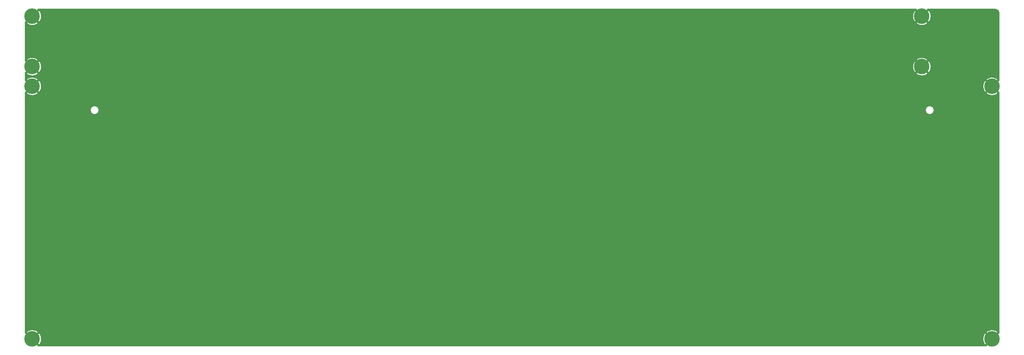
<source format=gtl>
G04 #@! TF.GenerationSoftware,KiCad,Pcbnew,(5.1.4)-1*
G04 #@! TF.CreationDate,2023-05-14T00:04:49+08:00*
G04 #@! TF.ProjectId,bottom,626f7474-6f6d-42e6-9b69-6361645f7063,rev?*
G04 #@! TF.SameCoordinates,Original*
G04 #@! TF.FileFunction,Copper,L1,Top*
G04 #@! TF.FilePolarity,Positive*
%FSLAX46Y46*%
G04 Gerber Fmt 4.6, Leading zero omitted, Abs format (unit mm)*
G04 Created by KiCad (PCBNEW (5.1.4)-1) date 2023-05-14 00:04:49*
%MOMM*%
%LPD*%
G04 APERTURE LIST*
%ADD10C,0.700000*%
%ADD11C,4.400000*%
%ADD12C,0.254000*%
G04 APERTURE END LIST*
D10*
X245642344Y8310494D03*
X244475618Y8793768D03*
X243308892Y8310494D03*
X242825618Y7143768D03*
X243308892Y5977042D03*
X244475618Y5493768D03*
X245642344Y5977042D03*
X246125618Y7143768D03*
D11*
X244475618Y7143768D03*
D10*
X245642344Y-5977044D03*
X244475618Y-5493770D03*
X243308892Y-5977044D03*
X242825618Y-7143770D03*
X243308892Y-8310496D03*
X244475618Y-8793770D03*
X245642344Y-8310496D03*
X246125618Y-7143770D03*
D11*
X244475618Y-7143770D03*
D10*
X265486142Y-82970986D03*
X264319416Y-82487712D03*
X263152690Y-82970986D03*
X262669416Y-84137712D03*
X263152690Y-85304438D03*
X264319416Y-85787712D03*
X265486142Y-85304438D03*
X265969416Y-84137712D03*
D11*
X264319416Y-84137712D03*
D10*
X265486142Y-11533306D03*
X264319416Y-11050032D03*
X263152690Y-11533306D03*
X262669416Y-12700032D03*
X263152690Y-13866758D03*
X264319416Y-14350032D03*
X265486142Y-13866758D03*
X265969416Y-12700032D03*
D11*
X264319416Y-12700032D03*
D10*
X-5977042Y-82970986D03*
X-7143768Y-82487712D03*
X-8310494Y-82970986D03*
X-8793768Y-84137712D03*
X-8310494Y-85304438D03*
X-7143768Y-85787712D03*
X-5977042Y-85304438D03*
X-5493768Y-84137712D03*
D11*
X-7143768Y-84137712D03*
D10*
X-5977042Y-11533306D03*
X-7143768Y-11050032D03*
X-8310494Y-11533306D03*
X-8793768Y-12700032D03*
X-8310494Y-13866758D03*
X-7143768Y-14350032D03*
X-5977042Y-13866758D03*
X-5493768Y-12700032D03*
D11*
X-7143768Y-12700032D03*
D10*
X-5977042Y-5977044D03*
X-7143768Y-5493770D03*
X-8310494Y-5977044D03*
X-8793768Y-7143770D03*
X-8310494Y-8310496D03*
X-7143768Y-8793770D03*
X-5977042Y-8310496D03*
X-5493768Y-7143770D03*
D11*
X-7143768Y-7143770D03*
D10*
X-5977042Y8310494D03*
X-7143768Y8793768D03*
X-8310494Y8310494D03*
X-8793768Y7143768D03*
X-8310494Y5977042D03*
X-7143768Y5493768D03*
X-5977042Y5977042D03*
X-5493768Y7143768D03*
D11*
X-7143768Y7143768D03*
D12*
G36*
X242801183Y8997808D02*
G01*
X244475618Y7323373D01*
X246150053Y8997808D01*
X246052474Y9119024D01*
X265093314Y9119024D01*
X265342278Y9094613D01*
X265562665Y9028075D01*
X265765924Y8919999D01*
X265944322Y8774501D01*
X266091064Y8597121D01*
X266200558Y8394617D01*
X266268633Y8174702D01*
X266294672Y7926954D01*
X266294672Y-11123176D01*
X266173456Y-11025597D01*
X264499021Y-12700032D01*
X266173456Y-14374467D01*
X266294672Y-14276888D01*
X266294673Y-82560856D01*
X266173456Y-82463277D01*
X264499021Y-84137712D01*
X264513164Y-84151855D01*
X264333559Y-84331460D01*
X264319416Y-84317317D01*
X262644981Y-85991752D01*
X262742560Y-86112968D01*
X-5566912Y-86112968D01*
X-5469333Y-85991752D01*
X-7143768Y-84317317D01*
X-7157911Y-84331460D01*
X-7337516Y-84151855D01*
X-7323373Y-84137712D01*
X-6964163Y-84137712D01*
X-5289728Y-85812147D01*
X-4973460Y-85557552D01*
X-4738165Y-85106864D01*
X-4595316Y-84618932D01*
X-4554873Y-84162917D01*
X261726050Y-84162917D01*
X261780798Y-84668373D01*
X261933104Y-85153436D01*
X262149108Y-85557552D01*
X262465376Y-85812147D01*
X264139811Y-84137712D01*
X262465376Y-82463277D01*
X262149108Y-82717872D01*
X261913813Y-83168560D01*
X261770964Y-83656492D01*
X261726050Y-84162917D01*
X-4554873Y-84162917D01*
X-4550402Y-84112507D01*
X-4605150Y-83607051D01*
X-4757456Y-83121988D01*
X-4973460Y-82717872D01*
X-5289728Y-82463277D01*
X-6964163Y-84137712D01*
X-7323373Y-84137712D01*
X-8997808Y-82463277D01*
X-9119024Y-82560856D01*
X-9119024Y-82283672D01*
X-8818203Y-82283672D01*
X-7143768Y-83958107D01*
X-5469333Y-82283672D01*
X262644981Y-82283672D01*
X264319416Y-83958107D01*
X265993851Y-82283672D01*
X265739256Y-81967404D01*
X265288568Y-81732109D01*
X264800636Y-81589260D01*
X264294211Y-81544346D01*
X263788755Y-81599094D01*
X263303692Y-81751400D01*
X262899576Y-81967404D01*
X262644981Y-82283672D01*
X-5469333Y-82283672D01*
X-5723928Y-81967404D01*
X-6174616Y-81732109D01*
X-6662548Y-81589260D01*
X-7168973Y-81544346D01*
X-7674429Y-81599094D01*
X-8159492Y-81751400D01*
X-8563608Y-81967404D01*
X-8818203Y-82283672D01*
X-9119024Y-82283672D01*
X-9119024Y-19313443D01*
X9261121Y-19313443D01*
X9261121Y-19552557D01*
X9307770Y-19787075D01*
X9399275Y-20007987D01*
X9532119Y-20206802D01*
X9701198Y-20375881D01*
X9900013Y-20508725D01*
X10120925Y-20600230D01*
X10355443Y-20646879D01*
X10594557Y-20646879D01*
X10829075Y-20600230D01*
X11049987Y-20508725D01*
X11248802Y-20375881D01*
X11417881Y-20206802D01*
X11550725Y-20007987D01*
X11642230Y-19787075D01*
X11688879Y-19552557D01*
X11688879Y-19313443D01*
X245486121Y-19313443D01*
X245486121Y-19552557D01*
X245532770Y-19787075D01*
X245624275Y-20007987D01*
X245757119Y-20206802D01*
X245926198Y-20375881D01*
X246125013Y-20508725D01*
X246345925Y-20600230D01*
X246580443Y-20646879D01*
X246819557Y-20646879D01*
X247054075Y-20600230D01*
X247274987Y-20508725D01*
X247473802Y-20375881D01*
X247642881Y-20206802D01*
X247775725Y-20007987D01*
X247867230Y-19787075D01*
X247913879Y-19552557D01*
X247913879Y-19313443D01*
X247867230Y-19078925D01*
X247775725Y-18858013D01*
X247642881Y-18659198D01*
X247473802Y-18490119D01*
X247274987Y-18357275D01*
X247054075Y-18265770D01*
X246819557Y-18219121D01*
X246580443Y-18219121D01*
X246345925Y-18265770D01*
X246125013Y-18357275D01*
X245926198Y-18490119D01*
X245757119Y-18659198D01*
X245624275Y-18858013D01*
X245532770Y-19078925D01*
X245486121Y-19313443D01*
X11688879Y-19313443D01*
X11642230Y-19078925D01*
X11550725Y-18858013D01*
X11417881Y-18659198D01*
X11248802Y-18490119D01*
X11049987Y-18357275D01*
X10829075Y-18265770D01*
X10594557Y-18219121D01*
X10355443Y-18219121D01*
X10120925Y-18265770D01*
X9900013Y-18357275D01*
X9701198Y-18490119D01*
X9532119Y-18659198D01*
X9399275Y-18858013D01*
X9307770Y-19078925D01*
X9261121Y-19313443D01*
X-9119024Y-19313443D01*
X-9119024Y-14554072D01*
X-8818203Y-14554072D01*
X-8563608Y-14870340D01*
X-8112920Y-15105635D01*
X-7624988Y-15248484D01*
X-7118563Y-15293398D01*
X-6613107Y-15238650D01*
X-6128044Y-15086344D01*
X-5723928Y-14870340D01*
X-5469333Y-14554072D01*
X262644981Y-14554072D01*
X262899576Y-14870340D01*
X263350264Y-15105635D01*
X263838196Y-15248484D01*
X264344621Y-15293398D01*
X264850077Y-15238650D01*
X265335140Y-15086344D01*
X265739256Y-14870340D01*
X265993851Y-14554072D01*
X264319416Y-12879637D01*
X262644981Y-14554072D01*
X-5469333Y-14554072D01*
X-7143768Y-12879637D01*
X-8818203Y-14554072D01*
X-9119024Y-14554072D01*
X-9119024Y-14276888D01*
X-8997808Y-14374467D01*
X-7323373Y-12700032D01*
X-6964163Y-12700032D01*
X-5289728Y-14374467D01*
X-4973460Y-14119872D01*
X-4738165Y-13669184D01*
X-4595316Y-13181252D01*
X-4554873Y-12725237D01*
X261726050Y-12725237D01*
X261780798Y-13230693D01*
X261933104Y-13715756D01*
X262149108Y-14119872D01*
X262465376Y-14374467D01*
X264139811Y-12700032D01*
X262465376Y-11025597D01*
X262149108Y-11280192D01*
X261913813Y-11730880D01*
X261770964Y-12218812D01*
X261726050Y-12725237D01*
X-4554873Y-12725237D01*
X-4550402Y-12674827D01*
X-4605150Y-12169371D01*
X-4757456Y-11684308D01*
X-4973460Y-11280192D01*
X-5289728Y-11025597D01*
X-6964163Y-12700032D01*
X-7323373Y-12700032D01*
X-8997808Y-11025597D01*
X-9119024Y-11123176D01*
X-9119024Y-10845992D01*
X-8818203Y-10845992D01*
X-7143768Y-12520427D01*
X-5469333Y-10845992D01*
X262644981Y-10845992D01*
X264319416Y-12520427D01*
X265993851Y-10845992D01*
X265739256Y-10529724D01*
X265288568Y-10294429D01*
X264800636Y-10151580D01*
X264294211Y-10106666D01*
X263788755Y-10161414D01*
X263303692Y-10313720D01*
X262899576Y-10529724D01*
X262644981Y-10845992D01*
X-5469333Y-10845992D01*
X-5723928Y-10529724D01*
X-6174616Y-10294429D01*
X-6662548Y-10151580D01*
X-7168973Y-10106666D01*
X-7674429Y-10161414D01*
X-8159492Y-10313720D01*
X-8563608Y-10529724D01*
X-8818203Y-10845992D01*
X-9119024Y-10845992D01*
X-9119024Y-8997810D01*
X-8818203Y-8997810D01*
X-8563608Y-9314078D01*
X-8112920Y-9549373D01*
X-7624988Y-9692222D01*
X-7118563Y-9737136D01*
X-6613107Y-9682388D01*
X-6128044Y-9530082D01*
X-5723928Y-9314078D01*
X-5469333Y-8997810D01*
X242801183Y-8997810D01*
X243055778Y-9314078D01*
X243506466Y-9549373D01*
X243994398Y-9692222D01*
X244500823Y-9737136D01*
X245006279Y-9682388D01*
X245491342Y-9530082D01*
X245895458Y-9314078D01*
X246150053Y-8997810D01*
X244475618Y-7323375D01*
X242801183Y-8997810D01*
X-5469333Y-8997810D01*
X-7143768Y-7323375D01*
X-8818203Y-8997810D01*
X-9119024Y-8997810D01*
X-9119024Y-8720626D01*
X-8997808Y-8818205D01*
X-7323373Y-7143770D01*
X-6964163Y-7143770D01*
X-5289728Y-8818205D01*
X-4973460Y-8563610D01*
X-4738165Y-8112922D01*
X-4595316Y-7624990D01*
X-4554873Y-7168975D01*
X241882252Y-7168975D01*
X241937000Y-7674431D01*
X242089306Y-8159494D01*
X242305310Y-8563610D01*
X242621578Y-8818205D01*
X244296013Y-7143770D01*
X244655223Y-7143770D01*
X246329658Y-8818205D01*
X246645926Y-8563610D01*
X246881221Y-8112922D01*
X247024070Y-7624990D01*
X247068984Y-7118565D01*
X247014236Y-6613109D01*
X246861930Y-6128046D01*
X246645926Y-5723930D01*
X246329658Y-5469335D01*
X244655223Y-7143770D01*
X244296013Y-7143770D01*
X242621578Y-5469335D01*
X242305310Y-5723930D01*
X242070015Y-6174618D01*
X241927166Y-6662550D01*
X241882252Y-7168975D01*
X-4554873Y-7168975D01*
X-4550402Y-7118565D01*
X-4605150Y-6613109D01*
X-4757456Y-6128046D01*
X-4973460Y-5723930D01*
X-5289728Y-5469335D01*
X-6964163Y-7143770D01*
X-7323373Y-7143770D01*
X-8997808Y-5469335D01*
X-9119024Y-5566914D01*
X-9119024Y-5289730D01*
X-8818203Y-5289730D01*
X-7143768Y-6964165D01*
X-5469333Y-5289730D01*
X242801183Y-5289730D01*
X244475618Y-6964165D01*
X246150053Y-5289730D01*
X245895458Y-4973462D01*
X245444770Y-4738167D01*
X244956838Y-4595318D01*
X244450413Y-4550404D01*
X243944957Y-4605152D01*
X243459894Y-4757458D01*
X243055778Y-4973462D01*
X242801183Y-5289730D01*
X-5469333Y-5289730D01*
X-5723928Y-4973462D01*
X-6174616Y-4738167D01*
X-6662548Y-4595318D01*
X-7168973Y-4550404D01*
X-7674429Y-4605152D01*
X-8159492Y-4757458D01*
X-8563608Y-4973462D01*
X-8818203Y-5289730D01*
X-9119024Y-5289730D01*
X-9119024Y5289728D01*
X-8818203Y5289728D01*
X-8563608Y4973460D01*
X-8112920Y4738165D01*
X-7624988Y4595316D01*
X-7118563Y4550402D01*
X-6613107Y4605150D01*
X-6128044Y4757456D01*
X-5723928Y4973460D01*
X-5469333Y5289728D01*
X242801183Y5289728D01*
X243055778Y4973460D01*
X243506466Y4738165D01*
X243994398Y4595316D01*
X244500823Y4550402D01*
X245006279Y4605150D01*
X245491342Y4757456D01*
X245895458Y4973460D01*
X246150053Y5289728D01*
X244475618Y6964163D01*
X242801183Y5289728D01*
X-5469333Y5289728D01*
X-7143768Y6964163D01*
X-8818203Y5289728D01*
X-9119024Y5289728D01*
X-9119024Y5566912D01*
X-8997808Y5469333D01*
X-7323373Y7143768D01*
X-6964163Y7143768D01*
X-5289728Y5469333D01*
X-4973460Y5723928D01*
X-4738165Y6174616D01*
X-4595316Y6662548D01*
X-4554873Y7118563D01*
X241882252Y7118563D01*
X241937000Y6613107D01*
X242089306Y6128044D01*
X242305310Y5723928D01*
X242621578Y5469333D01*
X244296013Y7143768D01*
X244655223Y7143768D01*
X246329658Y5469333D01*
X246645926Y5723928D01*
X246881221Y6174616D01*
X247024070Y6662548D01*
X247068984Y7168973D01*
X247014236Y7674429D01*
X246861930Y8159492D01*
X246645926Y8563608D01*
X246329658Y8818203D01*
X244655223Y7143768D01*
X244296013Y7143768D01*
X242621578Y8818203D01*
X242305310Y8563608D01*
X242070015Y8112920D01*
X241927166Y7624988D01*
X241882252Y7118563D01*
X-4554873Y7118563D01*
X-4550402Y7168973D01*
X-4605150Y7674429D01*
X-4757456Y8159492D01*
X-4973460Y8563608D01*
X-5289728Y8818203D01*
X-6964163Y7143768D01*
X-7323373Y7143768D01*
X-7337516Y7157911D01*
X-7157911Y7337516D01*
X-7143768Y7323373D01*
X-5469333Y8997808D01*
X-5566912Y9119024D01*
X242898762Y9119024D01*
X242801183Y8997808D01*
X242801183Y8997808D01*
G37*
X242801183Y8997808D02*
X244475618Y7323373D01*
X246150053Y8997808D01*
X246052474Y9119024D01*
X265093314Y9119024D01*
X265342278Y9094613D01*
X265562665Y9028075D01*
X265765924Y8919999D01*
X265944322Y8774501D01*
X266091064Y8597121D01*
X266200558Y8394617D01*
X266268633Y8174702D01*
X266294672Y7926954D01*
X266294672Y-11123176D01*
X266173456Y-11025597D01*
X264499021Y-12700032D01*
X266173456Y-14374467D01*
X266294672Y-14276888D01*
X266294673Y-82560856D01*
X266173456Y-82463277D01*
X264499021Y-84137712D01*
X264513164Y-84151855D01*
X264333559Y-84331460D01*
X264319416Y-84317317D01*
X262644981Y-85991752D01*
X262742560Y-86112968D01*
X-5566912Y-86112968D01*
X-5469333Y-85991752D01*
X-7143768Y-84317317D01*
X-7157911Y-84331460D01*
X-7337516Y-84151855D01*
X-7323373Y-84137712D01*
X-6964163Y-84137712D01*
X-5289728Y-85812147D01*
X-4973460Y-85557552D01*
X-4738165Y-85106864D01*
X-4595316Y-84618932D01*
X-4554873Y-84162917D01*
X261726050Y-84162917D01*
X261780798Y-84668373D01*
X261933104Y-85153436D01*
X262149108Y-85557552D01*
X262465376Y-85812147D01*
X264139811Y-84137712D01*
X262465376Y-82463277D01*
X262149108Y-82717872D01*
X261913813Y-83168560D01*
X261770964Y-83656492D01*
X261726050Y-84162917D01*
X-4554873Y-84162917D01*
X-4550402Y-84112507D01*
X-4605150Y-83607051D01*
X-4757456Y-83121988D01*
X-4973460Y-82717872D01*
X-5289728Y-82463277D01*
X-6964163Y-84137712D01*
X-7323373Y-84137712D01*
X-8997808Y-82463277D01*
X-9119024Y-82560856D01*
X-9119024Y-82283672D01*
X-8818203Y-82283672D01*
X-7143768Y-83958107D01*
X-5469333Y-82283672D01*
X262644981Y-82283672D01*
X264319416Y-83958107D01*
X265993851Y-82283672D01*
X265739256Y-81967404D01*
X265288568Y-81732109D01*
X264800636Y-81589260D01*
X264294211Y-81544346D01*
X263788755Y-81599094D01*
X263303692Y-81751400D01*
X262899576Y-81967404D01*
X262644981Y-82283672D01*
X-5469333Y-82283672D01*
X-5723928Y-81967404D01*
X-6174616Y-81732109D01*
X-6662548Y-81589260D01*
X-7168973Y-81544346D01*
X-7674429Y-81599094D01*
X-8159492Y-81751400D01*
X-8563608Y-81967404D01*
X-8818203Y-82283672D01*
X-9119024Y-82283672D01*
X-9119024Y-19313443D01*
X9261121Y-19313443D01*
X9261121Y-19552557D01*
X9307770Y-19787075D01*
X9399275Y-20007987D01*
X9532119Y-20206802D01*
X9701198Y-20375881D01*
X9900013Y-20508725D01*
X10120925Y-20600230D01*
X10355443Y-20646879D01*
X10594557Y-20646879D01*
X10829075Y-20600230D01*
X11049987Y-20508725D01*
X11248802Y-20375881D01*
X11417881Y-20206802D01*
X11550725Y-20007987D01*
X11642230Y-19787075D01*
X11688879Y-19552557D01*
X11688879Y-19313443D01*
X245486121Y-19313443D01*
X245486121Y-19552557D01*
X245532770Y-19787075D01*
X245624275Y-20007987D01*
X245757119Y-20206802D01*
X245926198Y-20375881D01*
X246125013Y-20508725D01*
X246345925Y-20600230D01*
X246580443Y-20646879D01*
X246819557Y-20646879D01*
X247054075Y-20600230D01*
X247274987Y-20508725D01*
X247473802Y-20375881D01*
X247642881Y-20206802D01*
X247775725Y-20007987D01*
X247867230Y-19787075D01*
X247913879Y-19552557D01*
X247913879Y-19313443D01*
X247867230Y-19078925D01*
X247775725Y-18858013D01*
X247642881Y-18659198D01*
X247473802Y-18490119D01*
X247274987Y-18357275D01*
X247054075Y-18265770D01*
X246819557Y-18219121D01*
X246580443Y-18219121D01*
X246345925Y-18265770D01*
X246125013Y-18357275D01*
X245926198Y-18490119D01*
X245757119Y-18659198D01*
X245624275Y-18858013D01*
X245532770Y-19078925D01*
X245486121Y-19313443D01*
X11688879Y-19313443D01*
X11642230Y-19078925D01*
X11550725Y-18858013D01*
X11417881Y-18659198D01*
X11248802Y-18490119D01*
X11049987Y-18357275D01*
X10829075Y-18265770D01*
X10594557Y-18219121D01*
X10355443Y-18219121D01*
X10120925Y-18265770D01*
X9900013Y-18357275D01*
X9701198Y-18490119D01*
X9532119Y-18659198D01*
X9399275Y-18858013D01*
X9307770Y-19078925D01*
X9261121Y-19313443D01*
X-9119024Y-19313443D01*
X-9119024Y-14554072D01*
X-8818203Y-14554072D01*
X-8563608Y-14870340D01*
X-8112920Y-15105635D01*
X-7624988Y-15248484D01*
X-7118563Y-15293398D01*
X-6613107Y-15238650D01*
X-6128044Y-15086344D01*
X-5723928Y-14870340D01*
X-5469333Y-14554072D01*
X262644981Y-14554072D01*
X262899576Y-14870340D01*
X263350264Y-15105635D01*
X263838196Y-15248484D01*
X264344621Y-15293398D01*
X264850077Y-15238650D01*
X265335140Y-15086344D01*
X265739256Y-14870340D01*
X265993851Y-14554072D01*
X264319416Y-12879637D01*
X262644981Y-14554072D01*
X-5469333Y-14554072D01*
X-7143768Y-12879637D01*
X-8818203Y-14554072D01*
X-9119024Y-14554072D01*
X-9119024Y-14276888D01*
X-8997808Y-14374467D01*
X-7323373Y-12700032D01*
X-6964163Y-12700032D01*
X-5289728Y-14374467D01*
X-4973460Y-14119872D01*
X-4738165Y-13669184D01*
X-4595316Y-13181252D01*
X-4554873Y-12725237D01*
X261726050Y-12725237D01*
X261780798Y-13230693D01*
X261933104Y-13715756D01*
X262149108Y-14119872D01*
X262465376Y-14374467D01*
X264139811Y-12700032D01*
X262465376Y-11025597D01*
X262149108Y-11280192D01*
X261913813Y-11730880D01*
X261770964Y-12218812D01*
X261726050Y-12725237D01*
X-4554873Y-12725237D01*
X-4550402Y-12674827D01*
X-4605150Y-12169371D01*
X-4757456Y-11684308D01*
X-4973460Y-11280192D01*
X-5289728Y-11025597D01*
X-6964163Y-12700032D01*
X-7323373Y-12700032D01*
X-8997808Y-11025597D01*
X-9119024Y-11123176D01*
X-9119024Y-10845992D01*
X-8818203Y-10845992D01*
X-7143768Y-12520427D01*
X-5469333Y-10845992D01*
X262644981Y-10845992D01*
X264319416Y-12520427D01*
X265993851Y-10845992D01*
X265739256Y-10529724D01*
X265288568Y-10294429D01*
X264800636Y-10151580D01*
X264294211Y-10106666D01*
X263788755Y-10161414D01*
X263303692Y-10313720D01*
X262899576Y-10529724D01*
X262644981Y-10845992D01*
X-5469333Y-10845992D01*
X-5723928Y-10529724D01*
X-6174616Y-10294429D01*
X-6662548Y-10151580D01*
X-7168973Y-10106666D01*
X-7674429Y-10161414D01*
X-8159492Y-10313720D01*
X-8563608Y-10529724D01*
X-8818203Y-10845992D01*
X-9119024Y-10845992D01*
X-9119024Y-8997810D01*
X-8818203Y-8997810D01*
X-8563608Y-9314078D01*
X-8112920Y-9549373D01*
X-7624988Y-9692222D01*
X-7118563Y-9737136D01*
X-6613107Y-9682388D01*
X-6128044Y-9530082D01*
X-5723928Y-9314078D01*
X-5469333Y-8997810D01*
X242801183Y-8997810D01*
X243055778Y-9314078D01*
X243506466Y-9549373D01*
X243994398Y-9692222D01*
X244500823Y-9737136D01*
X245006279Y-9682388D01*
X245491342Y-9530082D01*
X245895458Y-9314078D01*
X246150053Y-8997810D01*
X244475618Y-7323375D01*
X242801183Y-8997810D01*
X-5469333Y-8997810D01*
X-7143768Y-7323375D01*
X-8818203Y-8997810D01*
X-9119024Y-8997810D01*
X-9119024Y-8720626D01*
X-8997808Y-8818205D01*
X-7323373Y-7143770D01*
X-6964163Y-7143770D01*
X-5289728Y-8818205D01*
X-4973460Y-8563610D01*
X-4738165Y-8112922D01*
X-4595316Y-7624990D01*
X-4554873Y-7168975D01*
X241882252Y-7168975D01*
X241937000Y-7674431D01*
X242089306Y-8159494D01*
X242305310Y-8563610D01*
X242621578Y-8818205D01*
X244296013Y-7143770D01*
X244655223Y-7143770D01*
X246329658Y-8818205D01*
X246645926Y-8563610D01*
X246881221Y-8112922D01*
X247024070Y-7624990D01*
X247068984Y-7118565D01*
X247014236Y-6613109D01*
X246861930Y-6128046D01*
X246645926Y-5723930D01*
X246329658Y-5469335D01*
X244655223Y-7143770D01*
X244296013Y-7143770D01*
X242621578Y-5469335D01*
X242305310Y-5723930D01*
X242070015Y-6174618D01*
X241927166Y-6662550D01*
X241882252Y-7168975D01*
X-4554873Y-7168975D01*
X-4550402Y-7118565D01*
X-4605150Y-6613109D01*
X-4757456Y-6128046D01*
X-4973460Y-5723930D01*
X-5289728Y-5469335D01*
X-6964163Y-7143770D01*
X-7323373Y-7143770D01*
X-8997808Y-5469335D01*
X-9119024Y-5566914D01*
X-9119024Y-5289730D01*
X-8818203Y-5289730D01*
X-7143768Y-6964165D01*
X-5469333Y-5289730D01*
X242801183Y-5289730D01*
X244475618Y-6964165D01*
X246150053Y-5289730D01*
X245895458Y-4973462D01*
X245444770Y-4738167D01*
X244956838Y-4595318D01*
X244450413Y-4550404D01*
X243944957Y-4605152D01*
X243459894Y-4757458D01*
X243055778Y-4973462D01*
X242801183Y-5289730D01*
X-5469333Y-5289730D01*
X-5723928Y-4973462D01*
X-6174616Y-4738167D01*
X-6662548Y-4595318D01*
X-7168973Y-4550404D01*
X-7674429Y-4605152D01*
X-8159492Y-4757458D01*
X-8563608Y-4973462D01*
X-8818203Y-5289730D01*
X-9119024Y-5289730D01*
X-9119024Y5289728D01*
X-8818203Y5289728D01*
X-8563608Y4973460D01*
X-8112920Y4738165D01*
X-7624988Y4595316D01*
X-7118563Y4550402D01*
X-6613107Y4605150D01*
X-6128044Y4757456D01*
X-5723928Y4973460D01*
X-5469333Y5289728D01*
X242801183Y5289728D01*
X243055778Y4973460D01*
X243506466Y4738165D01*
X243994398Y4595316D01*
X244500823Y4550402D01*
X245006279Y4605150D01*
X245491342Y4757456D01*
X245895458Y4973460D01*
X246150053Y5289728D01*
X244475618Y6964163D01*
X242801183Y5289728D01*
X-5469333Y5289728D01*
X-7143768Y6964163D01*
X-8818203Y5289728D01*
X-9119024Y5289728D01*
X-9119024Y5566912D01*
X-8997808Y5469333D01*
X-7323373Y7143768D01*
X-6964163Y7143768D01*
X-5289728Y5469333D01*
X-4973460Y5723928D01*
X-4738165Y6174616D01*
X-4595316Y6662548D01*
X-4554873Y7118563D01*
X241882252Y7118563D01*
X241937000Y6613107D01*
X242089306Y6128044D01*
X242305310Y5723928D01*
X242621578Y5469333D01*
X244296013Y7143768D01*
X244655223Y7143768D01*
X246329658Y5469333D01*
X246645926Y5723928D01*
X246881221Y6174616D01*
X247024070Y6662548D01*
X247068984Y7168973D01*
X247014236Y7674429D01*
X246861930Y8159492D01*
X246645926Y8563608D01*
X246329658Y8818203D01*
X244655223Y7143768D01*
X244296013Y7143768D01*
X242621578Y8818203D01*
X242305310Y8563608D01*
X242070015Y8112920D01*
X241927166Y7624988D01*
X241882252Y7118563D01*
X-4554873Y7118563D01*
X-4550402Y7168973D01*
X-4605150Y7674429D01*
X-4757456Y8159492D01*
X-4973460Y8563608D01*
X-5289728Y8818203D01*
X-6964163Y7143768D01*
X-7323373Y7143768D01*
X-7337516Y7157911D01*
X-7157911Y7337516D01*
X-7143768Y7323373D01*
X-5469333Y8997808D01*
X-5566912Y9119024D01*
X242898762Y9119024D01*
X242801183Y8997808D01*
M02*

</source>
